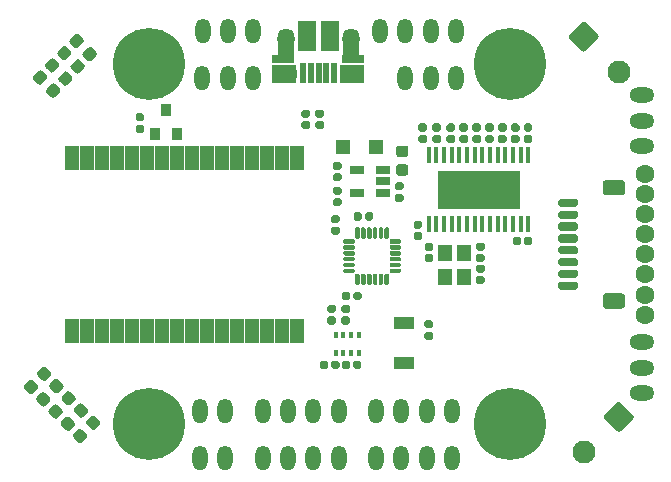
<source format=gts>
%TF.GenerationSoftware,KiCad,Pcbnew,(5.1.6-0-10_14)*%
%TF.CreationDate,2021-11-15T11:18:40-05:00*%
%TF.ProjectId,Autodrone,4175746f-6472-46f6-9e65-2e6b69636164,rev?*%
%TF.SameCoordinates,Original*%
%TF.FileFunction,Soldermask,Top*%
%TF.FilePolarity,Negative*%
%FSLAX46Y46*%
G04 Gerber Fmt 4.6, Leading zero omitted, Abs format (unit mm)*
G04 Created by KiCad (PCBNEW (5.1.6-0-10_14)) date 2021-11-15 11:18:40*
%MOMM*%
%LPD*%
G01*
G04 APERTURE LIST*
%ADD10C,1.951600*%
%ADD11R,1.161600X0.751600*%
%ADD12O,2.101600X1.301600*%
%ADD13R,1.201600X1.201600*%
%ADD14R,0.451600X0.601600*%
%ADD15O,1.301600X2.101600*%
%ADD16R,1.171700X2.001520*%
%ADD17C,1.601600*%
%ADD18R,1.531600X2.601600*%
%ADD19O,1.451600X1.801600*%
%ADD20O,1.201600X1.601600*%
%ADD21R,0.501600X1.751600*%
%ADD22R,2.101600X1.601600*%
%ADD23R,1.926600X0.801600*%
%ADD24R,1.451600X2.101600*%
%ADD25R,7.010400X3.200400*%
%ADD26R,0.457200X1.460500*%
%ADD27C,6.101600*%
%ADD28R,1.201600X1.401600*%
%ADD29R,1.801600X1.001600*%
%ADD30R,0.901600X1.001600*%
G04 APERTURE END LIST*
D10*
%TO.C,J11*%
X121084924Y-76984924D03*
G36*
G01*
X116921571Y-73828591D02*
X117928591Y-72821571D01*
G75*
G02*
X118301561Y-72821571I186485J-186485D01*
G01*
X119308581Y-73828591D01*
G75*
G02*
X119308581Y-74201561I-186485J-186485D01*
G01*
X118301561Y-75208581D01*
G75*
G02*
X117928591Y-75208581I-186485J186485D01*
G01*
X116921571Y-74201561D01*
G75*
G02*
X116921571Y-73828591I186485J186485D01*
G01*
G37*
%TD*%
%TO.C,J14*%
X118115076Y-109184924D03*
G36*
G01*
X121271409Y-105021571D02*
X122278429Y-106028591D01*
G75*
G02*
X122278429Y-106401561I-186485J-186485D01*
G01*
X121271409Y-107408581D01*
G75*
G02*
X120898439Y-107408581I-186485J186485D01*
G01*
X119891419Y-106401561D01*
G75*
G02*
X119891419Y-106028591I186485J186485D01*
G01*
X120898439Y-105021571D01*
G75*
G02*
X121271409Y-105021571I186485J-186485D01*
G01*
G37*
%TD*%
D11*
%TO.C,U4*%
X98910000Y-87230000D03*
X98910000Y-85330000D03*
X101110000Y-85330000D03*
X101110000Y-86280000D03*
X101110000Y-87230000D03*
%TD*%
%TO.C,U5*%
G36*
G01*
X101349600Y-94074200D02*
X101550400Y-94074200D01*
G75*
G02*
X101650800Y-94174600I0J-100400D01*
G01*
X101650800Y-94925400D01*
G75*
G02*
X101550400Y-95025800I-100400J0D01*
G01*
X101349600Y-95025800D01*
G75*
G02*
X101249200Y-94925400I0J100400D01*
G01*
X101249200Y-94174600D01*
G75*
G02*
X101349600Y-94074200I100400J0D01*
G01*
G37*
G36*
G01*
X100849600Y-94074200D02*
X101050400Y-94074200D01*
G75*
G02*
X101150800Y-94174600I0J-100400D01*
G01*
X101150800Y-94925400D01*
G75*
G02*
X101050400Y-95025800I-100400J0D01*
G01*
X100849600Y-95025800D01*
G75*
G02*
X100749200Y-94925400I0J100400D01*
G01*
X100749200Y-94174600D01*
G75*
G02*
X100849600Y-94074200I100400J0D01*
G01*
G37*
G36*
G01*
X100349600Y-94074200D02*
X100550400Y-94074200D01*
G75*
G02*
X100650800Y-94174600I0J-100400D01*
G01*
X100650800Y-94925400D01*
G75*
G02*
X100550400Y-95025800I-100400J0D01*
G01*
X100349600Y-95025800D01*
G75*
G02*
X100249200Y-94925400I0J100400D01*
G01*
X100249200Y-94174600D01*
G75*
G02*
X100349600Y-94074200I100400J0D01*
G01*
G37*
G36*
G01*
X99849600Y-94074200D02*
X100050400Y-94074200D01*
G75*
G02*
X100150800Y-94174600I0J-100400D01*
G01*
X100150800Y-94925400D01*
G75*
G02*
X100050400Y-95025800I-100400J0D01*
G01*
X99849600Y-95025800D01*
G75*
G02*
X99749200Y-94925400I0J100400D01*
G01*
X99749200Y-94174600D01*
G75*
G02*
X99849600Y-94074200I100400J0D01*
G01*
G37*
G36*
G01*
X99349600Y-94074200D02*
X99550400Y-94074200D01*
G75*
G02*
X99650800Y-94174600I0J-100400D01*
G01*
X99650800Y-94925400D01*
G75*
G02*
X99550400Y-95025800I-100400J0D01*
G01*
X99349600Y-95025800D01*
G75*
G02*
X99249200Y-94925400I0J100400D01*
G01*
X99249200Y-94174600D01*
G75*
G02*
X99349600Y-94074200I100400J0D01*
G01*
G37*
G36*
G01*
X98849600Y-94074200D02*
X99050400Y-94074200D01*
G75*
G02*
X99150800Y-94174600I0J-100400D01*
G01*
X99150800Y-94925400D01*
G75*
G02*
X99050400Y-95025800I-100400J0D01*
G01*
X98849600Y-95025800D01*
G75*
G02*
X98749200Y-94925400I0J100400D01*
G01*
X98749200Y-94174600D01*
G75*
G02*
X98849600Y-94074200I100400J0D01*
G01*
G37*
G36*
G01*
X98725800Y-93749600D02*
X98725800Y-93950400D01*
G75*
G02*
X98625400Y-94050800I-100400J0D01*
G01*
X97874600Y-94050800D01*
G75*
G02*
X97774200Y-93950400I0J100400D01*
G01*
X97774200Y-93749600D01*
G75*
G02*
X97874600Y-93649200I100400J0D01*
G01*
X98625400Y-93649200D01*
G75*
G02*
X98725800Y-93749600I0J-100400D01*
G01*
G37*
G36*
G01*
X98725800Y-93249600D02*
X98725800Y-93450400D01*
G75*
G02*
X98625400Y-93550800I-100400J0D01*
G01*
X97874600Y-93550800D01*
G75*
G02*
X97774200Y-93450400I0J100400D01*
G01*
X97774200Y-93249600D01*
G75*
G02*
X97874600Y-93149200I100400J0D01*
G01*
X98625400Y-93149200D01*
G75*
G02*
X98725800Y-93249600I0J-100400D01*
G01*
G37*
G36*
G01*
X98725800Y-92749600D02*
X98725800Y-92950400D01*
G75*
G02*
X98625400Y-93050800I-100400J0D01*
G01*
X97874600Y-93050800D01*
G75*
G02*
X97774200Y-92950400I0J100400D01*
G01*
X97774200Y-92749600D01*
G75*
G02*
X97874600Y-92649200I100400J0D01*
G01*
X98625400Y-92649200D01*
G75*
G02*
X98725800Y-92749600I0J-100400D01*
G01*
G37*
G36*
G01*
X98725800Y-92249600D02*
X98725800Y-92450400D01*
G75*
G02*
X98625400Y-92550800I-100400J0D01*
G01*
X97874600Y-92550800D01*
G75*
G02*
X97774200Y-92450400I0J100400D01*
G01*
X97774200Y-92249600D01*
G75*
G02*
X97874600Y-92149200I100400J0D01*
G01*
X98625400Y-92149200D01*
G75*
G02*
X98725800Y-92249600I0J-100400D01*
G01*
G37*
G36*
G01*
X98725800Y-91749600D02*
X98725800Y-91950400D01*
G75*
G02*
X98625400Y-92050800I-100400J0D01*
G01*
X97874600Y-92050800D01*
G75*
G02*
X97774200Y-91950400I0J100400D01*
G01*
X97774200Y-91749600D01*
G75*
G02*
X97874600Y-91649200I100400J0D01*
G01*
X98625400Y-91649200D01*
G75*
G02*
X98725800Y-91749600I0J-100400D01*
G01*
G37*
G36*
G01*
X98725800Y-91249600D02*
X98725800Y-91450400D01*
G75*
G02*
X98625400Y-91550800I-100400J0D01*
G01*
X97874600Y-91550800D01*
G75*
G02*
X97774200Y-91450400I0J100400D01*
G01*
X97774200Y-91249600D01*
G75*
G02*
X97874600Y-91149200I100400J0D01*
G01*
X98625400Y-91149200D01*
G75*
G02*
X98725800Y-91249600I0J-100400D01*
G01*
G37*
G36*
G01*
X98849600Y-90174200D02*
X99050400Y-90174200D01*
G75*
G02*
X99150800Y-90274600I0J-100400D01*
G01*
X99150800Y-91025400D01*
G75*
G02*
X99050400Y-91125800I-100400J0D01*
G01*
X98849600Y-91125800D01*
G75*
G02*
X98749200Y-91025400I0J100400D01*
G01*
X98749200Y-90274600D01*
G75*
G02*
X98849600Y-90174200I100400J0D01*
G01*
G37*
G36*
G01*
X99349600Y-90174200D02*
X99550400Y-90174200D01*
G75*
G02*
X99650800Y-90274600I0J-100400D01*
G01*
X99650800Y-91025400D01*
G75*
G02*
X99550400Y-91125800I-100400J0D01*
G01*
X99349600Y-91125800D01*
G75*
G02*
X99249200Y-91025400I0J100400D01*
G01*
X99249200Y-90274600D01*
G75*
G02*
X99349600Y-90174200I100400J0D01*
G01*
G37*
G36*
G01*
X99849600Y-90174200D02*
X100050400Y-90174200D01*
G75*
G02*
X100150800Y-90274600I0J-100400D01*
G01*
X100150800Y-91025400D01*
G75*
G02*
X100050400Y-91125800I-100400J0D01*
G01*
X99849600Y-91125800D01*
G75*
G02*
X99749200Y-91025400I0J100400D01*
G01*
X99749200Y-90274600D01*
G75*
G02*
X99849600Y-90174200I100400J0D01*
G01*
G37*
G36*
G01*
X100349600Y-90174200D02*
X100550400Y-90174200D01*
G75*
G02*
X100650800Y-90274600I0J-100400D01*
G01*
X100650800Y-91025400D01*
G75*
G02*
X100550400Y-91125800I-100400J0D01*
G01*
X100349600Y-91125800D01*
G75*
G02*
X100249200Y-91025400I0J100400D01*
G01*
X100249200Y-90274600D01*
G75*
G02*
X100349600Y-90174200I100400J0D01*
G01*
G37*
G36*
G01*
X100849600Y-90174200D02*
X101050400Y-90174200D01*
G75*
G02*
X101150800Y-90274600I0J-100400D01*
G01*
X101150800Y-91025400D01*
G75*
G02*
X101050400Y-91125800I-100400J0D01*
G01*
X100849600Y-91125800D01*
G75*
G02*
X100749200Y-91025400I0J100400D01*
G01*
X100749200Y-90274600D01*
G75*
G02*
X100849600Y-90174200I100400J0D01*
G01*
G37*
G36*
G01*
X101349600Y-90174200D02*
X101550400Y-90174200D01*
G75*
G02*
X101650800Y-90274600I0J-100400D01*
G01*
X101650800Y-91025400D01*
G75*
G02*
X101550400Y-91125800I-100400J0D01*
G01*
X101349600Y-91125800D01*
G75*
G02*
X101249200Y-91025400I0J100400D01*
G01*
X101249200Y-90274600D01*
G75*
G02*
X101349600Y-90174200I100400J0D01*
G01*
G37*
G36*
G01*
X102625800Y-91249600D02*
X102625800Y-91450400D01*
G75*
G02*
X102525400Y-91550800I-100400J0D01*
G01*
X101774600Y-91550800D01*
G75*
G02*
X101674200Y-91450400I0J100400D01*
G01*
X101674200Y-91249600D01*
G75*
G02*
X101774600Y-91149200I100400J0D01*
G01*
X102525400Y-91149200D01*
G75*
G02*
X102625800Y-91249600I0J-100400D01*
G01*
G37*
G36*
G01*
X102625800Y-91749600D02*
X102625800Y-91950400D01*
G75*
G02*
X102525400Y-92050800I-100400J0D01*
G01*
X101774600Y-92050800D01*
G75*
G02*
X101674200Y-91950400I0J100400D01*
G01*
X101674200Y-91749600D01*
G75*
G02*
X101774600Y-91649200I100400J0D01*
G01*
X102525400Y-91649200D01*
G75*
G02*
X102625800Y-91749600I0J-100400D01*
G01*
G37*
G36*
G01*
X102625800Y-92249600D02*
X102625800Y-92450400D01*
G75*
G02*
X102525400Y-92550800I-100400J0D01*
G01*
X101774600Y-92550800D01*
G75*
G02*
X101674200Y-92450400I0J100400D01*
G01*
X101674200Y-92249600D01*
G75*
G02*
X101774600Y-92149200I100400J0D01*
G01*
X102525400Y-92149200D01*
G75*
G02*
X102625800Y-92249600I0J-100400D01*
G01*
G37*
G36*
G01*
X102625800Y-92749600D02*
X102625800Y-92950400D01*
G75*
G02*
X102525400Y-93050800I-100400J0D01*
G01*
X101774600Y-93050800D01*
G75*
G02*
X101674200Y-92950400I0J100400D01*
G01*
X101674200Y-92749600D01*
G75*
G02*
X101774600Y-92649200I100400J0D01*
G01*
X102525400Y-92649200D01*
G75*
G02*
X102625800Y-92749600I0J-100400D01*
G01*
G37*
G36*
G01*
X102625800Y-93249600D02*
X102625800Y-93450400D01*
G75*
G02*
X102525400Y-93550800I-100400J0D01*
G01*
X101774600Y-93550800D01*
G75*
G02*
X101674200Y-93450400I0J100400D01*
G01*
X101674200Y-93249600D01*
G75*
G02*
X101774600Y-93149200I100400J0D01*
G01*
X102525400Y-93149200D01*
G75*
G02*
X102625800Y-93249600I0J-100400D01*
G01*
G37*
G36*
G01*
X102625800Y-93749600D02*
X102625800Y-93950400D01*
G75*
G02*
X102525400Y-94050800I-100400J0D01*
G01*
X101774600Y-94050800D01*
G75*
G02*
X101674200Y-93950400I0J100400D01*
G01*
X101674200Y-93749600D01*
G75*
G02*
X101774600Y-93649200I100400J0D01*
G01*
X102525400Y-93649200D01*
G75*
G02*
X102625800Y-93749600I0J-100400D01*
G01*
G37*
%TD*%
%TO.C,C19*%
G36*
G01*
X98335800Y-95774600D02*
X98335800Y-96165400D01*
G75*
G02*
X98165400Y-96335800I-170400J0D01*
G01*
X97824600Y-96335800D01*
G75*
G02*
X97654200Y-96165400I0J170400D01*
G01*
X97654200Y-95774600D01*
G75*
G02*
X97824600Y-95604200I170400J0D01*
G01*
X98165400Y-95604200D01*
G75*
G02*
X98335800Y-95774600I0J-170400D01*
G01*
G37*
G36*
G01*
X99305800Y-95774600D02*
X99305800Y-96165400D01*
G75*
G02*
X99135400Y-96335800I-170400J0D01*
G01*
X98794600Y-96335800D01*
G75*
G02*
X98624200Y-96165400I0J170400D01*
G01*
X98624200Y-95774600D01*
G75*
G02*
X98794600Y-95604200I170400J0D01*
G01*
X99135400Y-95604200D01*
G75*
G02*
X99305800Y-95774600I0J-170400D01*
G01*
G37*
%TD*%
%TO.C,C18*%
G36*
G01*
X97275400Y-89805800D02*
X96884600Y-89805800D01*
G75*
G02*
X96714200Y-89635400I0J170400D01*
G01*
X96714200Y-89294600D01*
G75*
G02*
X96884600Y-89124200I170400J0D01*
G01*
X97275400Y-89124200D01*
G75*
G02*
X97445800Y-89294600I0J-170400D01*
G01*
X97445800Y-89635400D01*
G75*
G02*
X97275400Y-89805800I-170400J0D01*
G01*
G37*
G36*
G01*
X97275400Y-90775800D02*
X96884600Y-90775800D01*
G75*
G02*
X96714200Y-90605400I0J170400D01*
G01*
X96714200Y-90264600D01*
G75*
G02*
X96884600Y-90094200I170400J0D01*
G01*
X97275400Y-90094200D01*
G75*
G02*
X97445800Y-90264600I0J-170400D01*
G01*
X97445800Y-90605400D01*
G75*
G02*
X97275400Y-90775800I-170400J0D01*
G01*
G37*
%TD*%
D12*
%TO.C,J17*%
X123080000Y-102050000D03*
X123080000Y-99900000D03*
X123080000Y-104200000D03*
%TD*%
%TO.C,J13*%
X123080000Y-81150000D03*
X123080000Y-79000000D03*
X123080000Y-83300000D03*
%TD*%
D13*
%TO.C,D4*%
X97710000Y-83390000D03*
X100510000Y-83390000D03*
%TD*%
%TO.C,J5*%
G36*
G01*
X121355068Y-87450800D02*
X119994932Y-87450800D01*
G75*
G02*
X119724200Y-87180068I0J270732D01*
G01*
X119724200Y-86419932D01*
G75*
G02*
X119994932Y-86149200I270732J0D01*
G01*
X121355068Y-86149200D01*
G75*
G02*
X121625800Y-86419932I0J-270732D01*
G01*
X121625800Y-87180068D01*
G75*
G02*
X121355068Y-87450800I-270732J0D01*
G01*
G37*
G36*
G01*
X121355068Y-97050800D02*
X119994932Y-97050800D01*
G75*
G02*
X119724200Y-96780068I0J270732D01*
G01*
X119724200Y-96019932D01*
G75*
G02*
X119994932Y-95749200I270732J0D01*
G01*
X121355068Y-95749200D01*
G75*
G02*
X121625800Y-96019932I0J-270732D01*
G01*
X121625800Y-96780068D01*
G75*
G02*
X121355068Y-97050800I-270732J0D01*
G01*
G37*
G36*
G01*
X117450400Y-88450800D02*
X116149600Y-88450800D01*
G75*
G02*
X115974200Y-88275400I0J175400D01*
G01*
X115974200Y-87924600D01*
G75*
G02*
X116149600Y-87749200I175400J0D01*
G01*
X117450400Y-87749200D01*
G75*
G02*
X117625800Y-87924600I0J-175400D01*
G01*
X117625800Y-88275400D01*
G75*
G02*
X117450400Y-88450800I-175400J0D01*
G01*
G37*
G36*
G01*
X117450400Y-89450800D02*
X116149600Y-89450800D01*
G75*
G02*
X115974200Y-89275400I0J175400D01*
G01*
X115974200Y-88924600D01*
G75*
G02*
X116149600Y-88749200I175400J0D01*
G01*
X117450400Y-88749200D01*
G75*
G02*
X117625800Y-88924600I0J-175400D01*
G01*
X117625800Y-89275400D01*
G75*
G02*
X117450400Y-89450800I-175400J0D01*
G01*
G37*
G36*
G01*
X117450400Y-90450800D02*
X116149600Y-90450800D01*
G75*
G02*
X115974200Y-90275400I0J175400D01*
G01*
X115974200Y-89924600D01*
G75*
G02*
X116149600Y-89749200I175400J0D01*
G01*
X117450400Y-89749200D01*
G75*
G02*
X117625800Y-89924600I0J-175400D01*
G01*
X117625800Y-90275400D01*
G75*
G02*
X117450400Y-90450800I-175400J0D01*
G01*
G37*
G36*
G01*
X117450400Y-91450800D02*
X116149600Y-91450800D01*
G75*
G02*
X115974200Y-91275400I0J175400D01*
G01*
X115974200Y-90924600D01*
G75*
G02*
X116149600Y-90749200I175400J0D01*
G01*
X117450400Y-90749200D01*
G75*
G02*
X117625800Y-90924600I0J-175400D01*
G01*
X117625800Y-91275400D01*
G75*
G02*
X117450400Y-91450800I-175400J0D01*
G01*
G37*
G36*
G01*
X117450400Y-92450800D02*
X116149600Y-92450800D01*
G75*
G02*
X115974200Y-92275400I0J175400D01*
G01*
X115974200Y-91924600D01*
G75*
G02*
X116149600Y-91749200I175400J0D01*
G01*
X117450400Y-91749200D01*
G75*
G02*
X117625800Y-91924600I0J-175400D01*
G01*
X117625800Y-92275400D01*
G75*
G02*
X117450400Y-92450800I-175400J0D01*
G01*
G37*
G36*
G01*
X117450400Y-93450800D02*
X116149600Y-93450800D01*
G75*
G02*
X115974200Y-93275400I0J175400D01*
G01*
X115974200Y-92924600D01*
G75*
G02*
X116149600Y-92749200I175400J0D01*
G01*
X117450400Y-92749200D01*
G75*
G02*
X117625800Y-92924600I0J-175400D01*
G01*
X117625800Y-93275400D01*
G75*
G02*
X117450400Y-93450800I-175400J0D01*
G01*
G37*
G36*
G01*
X117450400Y-94450800D02*
X116149600Y-94450800D01*
G75*
G02*
X115974200Y-94275400I0J175400D01*
G01*
X115974200Y-93924600D01*
G75*
G02*
X116149600Y-93749200I175400J0D01*
G01*
X117450400Y-93749200D01*
G75*
G02*
X117625800Y-93924600I0J-175400D01*
G01*
X117625800Y-94275400D01*
G75*
G02*
X117450400Y-94450800I-175400J0D01*
G01*
G37*
G36*
G01*
X117450400Y-95450800D02*
X116149600Y-95450800D01*
G75*
G02*
X115974200Y-95275400I0J175400D01*
G01*
X115974200Y-94924600D01*
G75*
G02*
X116149600Y-94749200I175400J0D01*
G01*
X117450400Y-94749200D01*
G75*
G02*
X117625800Y-94924600I0J-175400D01*
G01*
X117625800Y-95275400D01*
G75*
G02*
X117450400Y-95450800I-175400J0D01*
G01*
G37*
%TD*%
D14*
%TO.C,U6*%
X97125000Y-100840000D03*
X97775000Y-99240000D03*
X98425000Y-99240000D03*
X99075000Y-99240000D03*
X97775000Y-100840000D03*
X98425000Y-100840000D03*
X99075000Y-100840000D03*
X97125000Y-99240000D03*
%TD*%
D15*
%TO.C,J3*%
X105170000Y-77500000D03*
X103020000Y-77500000D03*
X107320000Y-77500000D03*
%TD*%
%TO.C,J12*%
X87990000Y-77500000D03*
X85840000Y-77500000D03*
X90140000Y-77500000D03*
%TD*%
%TO.C,J15*%
X87994999Y-73500000D03*
X85844999Y-73500000D03*
X90144999Y-73500000D03*
%TD*%
%TO.C,J16*%
X87785000Y-109700000D03*
X85635000Y-109700000D03*
%TD*%
%TO.C,J10*%
X87785000Y-105700000D03*
X85635000Y-105700000D03*
%TD*%
%TO.C,J2*%
X106980000Y-105700000D03*
X102680000Y-105700000D03*
X104830000Y-105700000D03*
X100530000Y-105700000D03*
%TD*%
%TO.C,J8*%
X97380000Y-105700000D03*
X93080000Y-105700000D03*
X95230000Y-105700000D03*
X90930000Y-105700000D03*
%TD*%
%TO.C,J9*%
X100870000Y-73500000D03*
X105170000Y-73500000D03*
X103020000Y-73500000D03*
X107320000Y-73500000D03*
%TD*%
%TO.C,J1*%
X97380000Y-109700000D03*
X93080000Y-109700000D03*
X95230000Y-109700000D03*
X90930000Y-109700000D03*
%TD*%
%TO.C,J7*%
X106980000Y-109700000D03*
X102680000Y-109700000D03*
X104830000Y-109700000D03*
X100530000Y-109700000D03*
%TD*%
%TO.C,FB2*%
G36*
G01*
X103031650Y-84220800D02*
X102468350Y-84220800D01*
G75*
G02*
X102224200Y-83976650I0J244150D01*
G01*
X102224200Y-83488350D01*
G75*
G02*
X102468350Y-83244200I244150J0D01*
G01*
X103031650Y-83244200D01*
G75*
G02*
X103275800Y-83488350I0J-244150D01*
G01*
X103275800Y-83976650D01*
G75*
G02*
X103031650Y-84220800I-244150J0D01*
G01*
G37*
G36*
G01*
X103031650Y-85795800D02*
X102468350Y-85795800D01*
G75*
G02*
X102224200Y-85551650I0J244150D01*
G01*
X102224200Y-85063350D01*
G75*
G02*
X102468350Y-84819200I244150J0D01*
G01*
X103031650Y-84819200D01*
G75*
G02*
X103275800Y-85063350I0J-244150D01*
G01*
X103275800Y-85551650D01*
G75*
G02*
X103031650Y-85795800I-244150J0D01*
G01*
G37*
%TD*%
%TO.C,D11*%
G36*
G01*
X72651298Y-78450048D02*
X73049612Y-78051735D01*
G75*
G02*
X73394892Y-78051735I172640J-172640D01*
G01*
X73740172Y-78397015D01*
G75*
G02*
X73740172Y-78742295I-172640J-172640D01*
G01*
X73341858Y-79140609D01*
G75*
G02*
X72996578Y-79140609I-172640J172640D01*
G01*
X72651298Y-78795329D01*
G75*
G02*
X72651298Y-78450049I172640J172640D01*
G01*
G37*
G36*
G01*
X71537604Y-77336354D02*
X71935918Y-76938041D01*
G75*
G02*
X72281198Y-76938041I172640J-172640D01*
G01*
X72626478Y-77283321D01*
G75*
G02*
X72626478Y-77628601I-172640J-172640D01*
G01*
X72228164Y-78026915D01*
G75*
G02*
X71882884Y-78026915I-172640J172640D01*
G01*
X71537604Y-77681635D01*
G75*
G02*
X71537604Y-77336355I172640J172640D01*
G01*
G37*
%TD*%
%TO.C,D9*%
G36*
G01*
X73683674Y-77417672D02*
X74081988Y-77019359D01*
G75*
G02*
X74427268Y-77019359I172640J-172640D01*
G01*
X74772548Y-77364639D01*
G75*
G02*
X74772548Y-77709919I-172640J-172640D01*
G01*
X74374234Y-78108233D01*
G75*
G02*
X74028954Y-78108233I-172640J172640D01*
G01*
X73683674Y-77762953D01*
G75*
G02*
X73683674Y-77417673I172640J172640D01*
G01*
G37*
G36*
G01*
X72569980Y-76303978D02*
X72968294Y-75905665D01*
G75*
G02*
X73313574Y-75905665I172640J-172640D01*
G01*
X73658854Y-76250945D01*
G75*
G02*
X73658854Y-76596225I-172640J-172640D01*
G01*
X73260540Y-76994539D01*
G75*
G02*
X72915260Y-76994539I-172640J172640D01*
G01*
X72569980Y-76649259D01*
G75*
G02*
X72569980Y-76303979I172640J172640D01*
G01*
G37*
%TD*%
%TO.C,D7*%
G36*
G01*
X74716050Y-76385296D02*
X75114364Y-75986983D01*
G75*
G02*
X75459644Y-75986983I172640J-172640D01*
G01*
X75804924Y-76332263D01*
G75*
G02*
X75804924Y-76677543I-172640J-172640D01*
G01*
X75406610Y-77075857D01*
G75*
G02*
X75061330Y-77075857I-172640J172640D01*
G01*
X74716050Y-76730577D01*
G75*
G02*
X74716050Y-76385297I172640J172640D01*
G01*
G37*
G36*
G01*
X73602356Y-75271602D02*
X74000670Y-74873289D01*
G75*
G02*
X74345950Y-74873289I172640J-172640D01*
G01*
X74691230Y-75218569D01*
G75*
G02*
X74691230Y-75563849I-172640J-172640D01*
G01*
X74292916Y-75962163D01*
G75*
G02*
X73947636Y-75962163I-172640J172640D01*
G01*
X73602356Y-75616883D01*
G75*
G02*
X73602356Y-75271603I172640J172640D01*
G01*
G37*
%TD*%
%TO.C,D5*%
G36*
G01*
X75748426Y-75352920D02*
X76146740Y-74954607D01*
G75*
G02*
X76492020Y-74954607I172640J-172640D01*
G01*
X76837300Y-75299887D01*
G75*
G02*
X76837300Y-75645167I-172640J-172640D01*
G01*
X76438986Y-76043481D01*
G75*
G02*
X76093706Y-76043481I-172640J172640D01*
G01*
X75748426Y-75698201D01*
G75*
G02*
X75748426Y-75352921I172640J172640D01*
G01*
G37*
G36*
G01*
X74634732Y-74239226D02*
X75033046Y-73840913D01*
G75*
G02*
X75378326Y-73840913I172640J-172640D01*
G01*
X75723606Y-74186193D01*
G75*
G02*
X75723606Y-74531473I-172640J-172640D01*
G01*
X75325292Y-74929787D01*
G75*
G02*
X74980012Y-74929787I-172640J172640D01*
G01*
X74634732Y-74584507D01*
G75*
G02*
X74634732Y-74239227I172640J172640D01*
G01*
G37*
%TD*%
D16*
%TO.C,U8*%
X84986000Y-98920030D03*
X83716000Y-98920030D03*
X82446000Y-98920030D03*
X81176000Y-98920030D03*
X79906000Y-98920030D03*
X78636000Y-98920030D03*
X74826000Y-84279970D03*
X76096000Y-84279970D03*
X77366000Y-84279970D03*
X77366000Y-98920030D03*
X78636000Y-84279970D03*
X79906000Y-84279970D03*
X81176000Y-84279970D03*
X82446000Y-84279970D03*
X83716000Y-84279970D03*
X84986000Y-84279970D03*
X86256000Y-84279970D03*
X87526000Y-84279970D03*
X88796000Y-84279970D03*
X90066000Y-84279970D03*
X76096000Y-98920030D03*
X91336000Y-84279970D03*
X92606000Y-84279970D03*
X93876000Y-84279970D03*
X93876000Y-98920030D03*
X92606000Y-98920030D03*
X91336000Y-98920030D03*
X90066000Y-98920030D03*
X88796000Y-98920030D03*
X87526000Y-98920030D03*
X86256000Y-98920030D03*
X74826000Y-98920030D03*
%TD*%
%TO.C,D6*%
G36*
G01*
X76443932Y-107267266D02*
X76045619Y-106868952D01*
G75*
G02*
X76045619Y-106523672I172640J172640D01*
G01*
X76390899Y-106178392D01*
G75*
G02*
X76736179Y-106178392I172640J-172640D01*
G01*
X77134493Y-106576706D01*
G75*
G02*
X77134493Y-106921986I-172640J-172640D01*
G01*
X76789213Y-107267266D01*
G75*
G02*
X76443933Y-107267266I-172640J172640D01*
G01*
G37*
G36*
G01*
X75330238Y-108380960D02*
X74931925Y-107982646D01*
G75*
G02*
X74931925Y-107637366I172640J172640D01*
G01*
X75277205Y-107292086D01*
G75*
G02*
X75622485Y-107292086I172640J-172640D01*
G01*
X76020799Y-107690400D01*
G75*
G02*
X76020799Y-108035680I-172640J-172640D01*
G01*
X75675519Y-108380960D01*
G75*
G02*
X75330239Y-108380960I-172640J172640D01*
G01*
G37*
%TD*%
D17*
%TO.C,J6*%
X123330000Y-92450000D03*
X123330000Y-90750000D03*
X123330000Y-89050000D03*
X123330000Y-87350000D03*
X123330000Y-85650000D03*
X123330000Y-97550000D03*
X123330000Y-95850000D03*
X123330000Y-94150000D03*
%TD*%
D18*
%TO.C,J4*%
X94710000Y-73950000D03*
X96630000Y-73950000D03*
D19*
X92940000Y-74220000D03*
X98400000Y-74220000D03*
D20*
X93250000Y-77220000D03*
X98090000Y-77220000D03*
D21*
X94370000Y-77100000D03*
X95020000Y-77100000D03*
X95670000Y-77100000D03*
X96320000Y-77100000D03*
X96970000Y-77100000D03*
D22*
X92770000Y-77220000D03*
X98520000Y-77200000D03*
D23*
X92670000Y-75900000D03*
X98620000Y-75900000D03*
D24*
X98400000Y-75150000D03*
X92920000Y-75150000D03*
%TD*%
%TO.C,D13*%
G36*
G01*
X72286144Y-103109478D02*
X71887831Y-102711164D01*
G75*
G02*
X71887831Y-102365884I172640J172640D01*
G01*
X72233111Y-102020604D01*
G75*
G02*
X72578391Y-102020604I172640J-172640D01*
G01*
X72976705Y-102418918D01*
G75*
G02*
X72976705Y-102764198I-172640J-172640D01*
G01*
X72631425Y-103109478D01*
G75*
G02*
X72286145Y-103109478I-172640J172640D01*
G01*
G37*
G36*
G01*
X71172450Y-104223172D02*
X70774137Y-103824858D01*
G75*
G02*
X70774137Y-103479578I172640J172640D01*
G01*
X71119417Y-103134298D01*
G75*
G02*
X71464697Y-103134298I172640J-172640D01*
G01*
X71863011Y-103532612D01*
G75*
G02*
X71863011Y-103877892I-172640J-172640D01*
G01*
X71517731Y-104223172D01*
G75*
G02*
X71172451Y-104223172I-172640J172640D01*
G01*
G37*
%TD*%
%TO.C,R10*%
G36*
G01*
X96967900Y-97420800D02*
X96572100Y-97420800D01*
G75*
G02*
X96399200Y-97247900I0J172900D01*
G01*
X96399200Y-96902100D01*
G75*
G02*
X96572100Y-96729200I172900J0D01*
G01*
X96967900Y-96729200D01*
G75*
G02*
X97140800Y-96902100I0J-172900D01*
G01*
X97140800Y-97247900D01*
G75*
G02*
X96967900Y-97420800I-172900J0D01*
G01*
G37*
G36*
G01*
X96967900Y-98390800D02*
X96572100Y-98390800D01*
G75*
G02*
X96399200Y-98217900I0J172900D01*
G01*
X96399200Y-97872100D01*
G75*
G02*
X96572100Y-97699200I172900J0D01*
G01*
X96967900Y-97699200D01*
G75*
G02*
X97140800Y-97872100I0J-172900D01*
G01*
X97140800Y-98217900D01*
G75*
G02*
X96967900Y-98390800I-172900J0D01*
G01*
G37*
%TD*%
%TO.C,R9*%
G36*
G01*
X98157900Y-97420800D02*
X97762100Y-97420800D01*
G75*
G02*
X97589200Y-97247900I0J172900D01*
G01*
X97589200Y-96902100D01*
G75*
G02*
X97762100Y-96729200I172900J0D01*
G01*
X98157900Y-96729200D01*
G75*
G02*
X98330800Y-96902100I0J-172900D01*
G01*
X98330800Y-97247900D01*
G75*
G02*
X98157900Y-97420800I-172900J0D01*
G01*
G37*
G36*
G01*
X98157900Y-98390800D02*
X97762100Y-98390800D01*
G75*
G02*
X97589200Y-98217900I0J172900D01*
G01*
X97589200Y-97872100D01*
G75*
G02*
X97762100Y-97699200I172900J0D01*
G01*
X98157900Y-97699200D01*
G75*
G02*
X98330800Y-97872100I0J-172900D01*
G01*
X98330800Y-98217900D01*
G75*
G02*
X98157900Y-98390800I-172900J0D01*
G01*
G37*
%TD*%
%TO.C,C22*%
G36*
G01*
X98330800Y-101612100D02*
X98330800Y-102007900D01*
G75*
G02*
X98157900Y-102180800I-172900J0D01*
G01*
X97812100Y-102180800D01*
G75*
G02*
X97639200Y-102007900I0J172900D01*
G01*
X97639200Y-101612100D01*
G75*
G02*
X97812100Y-101439200I172900J0D01*
G01*
X98157900Y-101439200D01*
G75*
G02*
X98330800Y-101612100I0J-172900D01*
G01*
G37*
G36*
G01*
X99300800Y-101612100D02*
X99300800Y-102007900D01*
G75*
G02*
X99127900Y-102180800I-172900J0D01*
G01*
X98782100Y-102180800D01*
G75*
G02*
X98609200Y-102007900I0J172900D01*
G01*
X98609200Y-101612100D01*
G75*
G02*
X98782100Y-101439200I172900J0D01*
G01*
X99127900Y-101439200D01*
G75*
G02*
X99300800Y-101612100I0J-172900D01*
G01*
G37*
%TD*%
%TO.C,C21*%
G36*
G01*
X97440800Y-101612100D02*
X97440800Y-102007900D01*
G75*
G02*
X97267900Y-102180800I-172900J0D01*
G01*
X96922100Y-102180800D01*
G75*
G02*
X96749200Y-102007900I0J172900D01*
G01*
X96749200Y-101612100D01*
G75*
G02*
X96922100Y-101439200I172900J0D01*
G01*
X97267900Y-101439200D01*
G75*
G02*
X97440800Y-101612100I0J-172900D01*
G01*
G37*
G36*
G01*
X96470800Y-101612100D02*
X96470800Y-102007900D01*
G75*
G02*
X96297900Y-102180800I-172900J0D01*
G01*
X95952100Y-102180800D01*
G75*
G02*
X95779200Y-102007900I0J172900D01*
G01*
X95779200Y-101612100D01*
G75*
G02*
X95952100Y-101439200I172900J0D01*
G01*
X96297900Y-101439200D01*
G75*
G02*
X96470800Y-101612100I0J-172900D01*
G01*
G37*
%TD*%
%TO.C,D12*%
G36*
G01*
X73325591Y-104148925D02*
X72927278Y-103750611D01*
G75*
G02*
X72927278Y-103405331I172640J172640D01*
G01*
X73272558Y-103060051D01*
G75*
G02*
X73617838Y-103060051I172640J-172640D01*
G01*
X74016152Y-103458365D01*
G75*
G02*
X74016152Y-103803645I-172640J-172640D01*
G01*
X73670872Y-104148925D01*
G75*
G02*
X73325592Y-104148925I-172640J172640D01*
G01*
G37*
G36*
G01*
X72211897Y-105262619D02*
X71813584Y-104864305D01*
G75*
G02*
X71813584Y-104519025I172640J172640D01*
G01*
X72158864Y-104173745D01*
G75*
G02*
X72504144Y-104173745I172640J-172640D01*
G01*
X72902458Y-104572059D01*
G75*
G02*
X72902458Y-104917339I-172640J-172640D01*
G01*
X72557178Y-105262619D01*
G75*
G02*
X72211898Y-105262619I-172640J172640D01*
G01*
G37*
%TD*%
%TO.C,D10*%
G36*
G01*
X74365038Y-105188372D02*
X73966725Y-104790058D01*
G75*
G02*
X73966725Y-104444778I172640J172640D01*
G01*
X74312005Y-104099498D01*
G75*
G02*
X74657285Y-104099498I172640J-172640D01*
G01*
X75055599Y-104497812D01*
G75*
G02*
X75055599Y-104843092I-172640J-172640D01*
G01*
X74710319Y-105188372D01*
G75*
G02*
X74365039Y-105188372I-172640J172640D01*
G01*
G37*
G36*
G01*
X73251344Y-106302066D02*
X72853031Y-105903752D01*
G75*
G02*
X72853031Y-105558472I172640J172640D01*
G01*
X73198311Y-105213192D01*
G75*
G02*
X73543591Y-105213192I172640J-172640D01*
G01*
X73941905Y-105611506D01*
G75*
G02*
X73941905Y-105956786I-172640J-172640D01*
G01*
X73596625Y-106302066D01*
G75*
G02*
X73251345Y-106302066I-172640J172640D01*
G01*
G37*
%TD*%
%TO.C,D8*%
G36*
G01*
X75404485Y-106227819D02*
X75006172Y-105829505D01*
G75*
G02*
X75006172Y-105484225I172640J172640D01*
G01*
X75351452Y-105138945D01*
G75*
G02*
X75696732Y-105138945I172640J-172640D01*
G01*
X76095046Y-105537259D01*
G75*
G02*
X76095046Y-105882539I-172640J-172640D01*
G01*
X75749766Y-106227819D01*
G75*
G02*
X75404486Y-106227819I-172640J172640D01*
G01*
G37*
G36*
G01*
X74290791Y-107341513D02*
X73892478Y-106943199D01*
G75*
G02*
X73892478Y-106597919I172640J172640D01*
G01*
X74237758Y-106252639D01*
G75*
G02*
X74583038Y-106252639I172640J-172640D01*
G01*
X74981352Y-106650953D01*
G75*
G02*
X74981352Y-106996233I-172640J-172640D01*
G01*
X74636072Y-107341513D01*
G75*
G02*
X74290792Y-107341513I-172640J172640D01*
G01*
G37*
%TD*%
%TO.C,R22*%
G36*
G01*
X104802100Y-98999200D02*
X105197900Y-98999200D01*
G75*
G02*
X105370800Y-99172100I0J-172900D01*
G01*
X105370800Y-99517900D01*
G75*
G02*
X105197900Y-99690800I-172900J0D01*
G01*
X104802100Y-99690800D01*
G75*
G02*
X104629200Y-99517900I0J172900D01*
G01*
X104629200Y-99172100D01*
G75*
G02*
X104802100Y-98999200I172900J0D01*
G01*
G37*
G36*
G01*
X104802100Y-98029200D02*
X105197900Y-98029200D01*
G75*
G02*
X105370800Y-98202100I0J-172900D01*
G01*
X105370800Y-98547900D01*
G75*
G02*
X105197900Y-98720800I-172900J0D01*
G01*
X104802100Y-98720800D01*
G75*
G02*
X104629200Y-98547900I0J172900D01*
G01*
X104629200Y-98202100D01*
G75*
G02*
X104802100Y-98029200I172900J0D01*
G01*
G37*
%TD*%
%TO.C,C17*%
G36*
G01*
X97447900Y-87410800D02*
X97052100Y-87410800D01*
G75*
G02*
X96879200Y-87237900I0J172900D01*
G01*
X96879200Y-86892100D01*
G75*
G02*
X97052100Y-86719200I172900J0D01*
G01*
X97447900Y-86719200D01*
G75*
G02*
X97620800Y-86892100I0J-172900D01*
G01*
X97620800Y-87237900D01*
G75*
G02*
X97447900Y-87410800I-172900J0D01*
G01*
G37*
G36*
G01*
X97447900Y-88380800D02*
X97052100Y-88380800D01*
G75*
G02*
X96879200Y-88207900I0J172900D01*
G01*
X96879200Y-87862100D01*
G75*
G02*
X97052100Y-87689200I172900J0D01*
G01*
X97447900Y-87689200D01*
G75*
G02*
X97620800Y-87862100I0J-172900D01*
G01*
X97620800Y-88207900D01*
G75*
G02*
X97447900Y-88380800I-172900J0D01*
G01*
G37*
%TD*%
%TO.C,C15*%
G36*
G01*
X102292100Y-87319200D02*
X102687900Y-87319200D01*
G75*
G02*
X102860800Y-87492100I0J-172900D01*
G01*
X102860800Y-87837900D01*
G75*
G02*
X102687900Y-88010800I-172900J0D01*
G01*
X102292100Y-88010800D01*
G75*
G02*
X102119200Y-87837900I0J172900D01*
G01*
X102119200Y-87492100D01*
G75*
G02*
X102292100Y-87319200I172900J0D01*
G01*
G37*
G36*
G01*
X102292100Y-86349200D02*
X102687900Y-86349200D01*
G75*
G02*
X102860800Y-86522100I0J-172900D01*
G01*
X102860800Y-86867900D01*
G75*
G02*
X102687900Y-87040800I-172900J0D01*
G01*
X102292100Y-87040800D01*
G75*
G02*
X102119200Y-86867900I0J172900D01*
G01*
X102119200Y-86522100D01*
G75*
G02*
X102292100Y-86349200I172900J0D01*
G01*
G37*
%TD*%
D25*
%TO.C,U9*%
X109210000Y-86990000D03*
D26*
X104985000Y-84062650D03*
X105635001Y-84062650D03*
X106285000Y-84062650D03*
X106935001Y-84062650D03*
X107584999Y-84062650D03*
X108235001Y-84062650D03*
X108884999Y-84062650D03*
X109535001Y-84062650D03*
X110184999Y-84062650D03*
X110835001Y-84062650D03*
X111484999Y-84062650D03*
X112135000Y-84062650D03*
X112784999Y-84062650D03*
X113435000Y-84062650D03*
X113434998Y-89917350D03*
X112784999Y-89917350D03*
X112134998Y-89917350D03*
X111484999Y-89917350D03*
X110834998Y-89917350D03*
X110184999Y-89917350D03*
X109534998Y-89917350D03*
X108884999Y-89917350D03*
X108235001Y-89917350D03*
X107584999Y-89917350D03*
X106935001Y-89917350D03*
X106285000Y-89917350D03*
X105635001Y-89917350D03*
X104985000Y-89917350D03*
%TD*%
D27*
%TO.C,H4*%
X81350000Y-106850000D03*
%TD*%
D28*
%TO.C,Y1*%
X108015000Y-92300000D03*
X108015000Y-94400000D03*
X106365000Y-94400000D03*
X106365000Y-92300000D03*
%TD*%
D29*
%TO.C,SW1*%
X102880000Y-98230000D03*
X102880000Y-101630000D03*
%TD*%
%TO.C,R19*%
G36*
G01*
X109162100Y-92419200D02*
X109557900Y-92419200D01*
G75*
G02*
X109730800Y-92592100I0J-172900D01*
G01*
X109730800Y-92937900D01*
G75*
G02*
X109557900Y-93110800I-172900J0D01*
G01*
X109162100Y-93110800D01*
G75*
G02*
X108989200Y-92937900I0J172900D01*
G01*
X108989200Y-92592100D01*
G75*
G02*
X109162100Y-92419200I172900J0D01*
G01*
G37*
G36*
G01*
X109162100Y-91449200D02*
X109557900Y-91449200D01*
G75*
G02*
X109730800Y-91622100I0J-172900D01*
G01*
X109730800Y-91967900D01*
G75*
G02*
X109557900Y-92140800I-172900J0D01*
G01*
X109162100Y-92140800D01*
G75*
G02*
X108989200Y-91967900I0J172900D01*
G01*
X108989200Y-91622100D01*
G75*
G02*
X109162100Y-91449200I172900J0D01*
G01*
G37*
%TD*%
%TO.C,R18*%
G36*
G01*
X110337900Y-82060800D02*
X109942100Y-82060800D01*
G75*
G02*
X109769200Y-81887900I0J172900D01*
G01*
X109769200Y-81542100D01*
G75*
G02*
X109942100Y-81369200I172900J0D01*
G01*
X110337900Y-81369200D01*
G75*
G02*
X110510800Y-81542100I0J-172900D01*
G01*
X110510800Y-81887900D01*
G75*
G02*
X110337900Y-82060800I-172900J0D01*
G01*
G37*
G36*
G01*
X110337900Y-83030800D02*
X109942100Y-83030800D01*
G75*
G02*
X109769200Y-82857900I0J172900D01*
G01*
X109769200Y-82512100D01*
G75*
G02*
X109942100Y-82339200I172900J0D01*
G01*
X110337900Y-82339200D01*
G75*
G02*
X110510800Y-82512100I0J-172900D01*
G01*
X110510800Y-82857900D01*
G75*
G02*
X110337900Y-83030800I-172900J0D01*
G01*
G37*
%TD*%
%TO.C,R17*%
G36*
G01*
X104687900Y-82060800D02*
X104292100Y-82060800D01*
G75*
G02*
X104119200Y-81887900I0J172900D01*
G01*
X104119200Y-81542100D01*
G75*
G02*
X104292100Y-81369200I172900J0D01*
G01*
X104687900Y-81369200D01*
G75*
G02*
X104860800Y-81542100I0J-172900D01*
G01*
X104860800Y-81887900D01*
G75*
G02*
X104687900Y-82060800I-172900J0D01*
G01*
G37*
G36*
G01*
X104687900Y-83030800D02*
X104292100Y-83030800D01*
G75*
G02*
X104119200Y-82857900I0J172900D01*
G01*
X104119200Y-82512100D01*
G75*
G02*
X104292100Y-82339200I172900J0D01*
G01*
X104687900Y-82339200D01*
G75*
G02*
X104860800Y-82512100I0J-172900D01*
G01*
X104860800Y-82857900D01*
G75*
G02*
X104687900Y-83030800I-172900J0D01*
G01*
G37*
%TD*%
%TO.C,R16*%
G36*
G01*
X112795800Y-91122100D02*
X112795800Y-91517900D01*
G75*
G02*
X112622900Y-91690800I-172900J0D01*
G01*
X112277100Y-91690800D01*
G75*
G02*
X112104200Y-91517900I0J172900D01*
G01*
X112104200Y-91122100D01*
G75*
G02*
X112277100Y-90949200I172900J0D01*
G01*
X112622900Y-90949200D01*
G75*
G02*
X112795800Y-91122100I0J-172900D01*
G01*
G37*
G36*
G01*
X113765800Y-91122100D02*
X113765800Y-91517900D01*
G75*
G02*
X113592900Y-91690800I-172900J0D01*
G01*
X113247100Y-91690800D01*
G75*
G02*
X113074200Y-91517900I0J172900D01*
G01*
X113074200Y-91122100D01*
G75*
G02*
X113247100Y-90949200I172900J0D01*
G01*
X113592900Y-90949200D01*
G75*
G02*
X113765800Y-91122100I0J-172900D01*
G01*
G37*
%TD*%
%TO.C,R15*%
G36*
G01*
X113202100Y-82339200D02*
X113597900Y-82339200D01*
G75*
G02*
X113770800Y-82512100I0J-172900D01*
G01*
X113770800Y-82857900D01*
G75*
G02*
X113597900Y-83030800I-172900J0D01*
G01*
X113202100Y-83030800D01*
G75*
G02*
X113029200Y-82857900I0J172900D01*
G01*
X113029200Y-82512100D01*
G75*
G02*
X113202100Y-82339200I172900J0D01*
G01*
G37*
G36*
G01*
X113202100Y-81369200D02*
X113597900Y-81369200D01*
G75*
G02*
X113770800Y-81542100I0J-172900D01*
G01*
X113770800Y-81887900D01*
G75*
G02*
X113597900Y-82060800I-172900J0D01*
G01*
X113202100Y-82060800D01*
G75*
G02*
X113029200Y-81887900I0J172900D01*
G01*
X113029200Y-81542100D01*
G75*
G02*
X113202100Y-81369200I172900J0D01*
G01*
G37*
%TD*%
%TO.C,R14*%
G36*
G01*
X112112100Y-82339200D02*
X112507900Y-82339200D01*
G75*
G02*
X112680800Y-82512100I0J-172900D01*
G01*
X112680800Y-82857900D01*
G75*
G02*
X112507900Y-83030800I-172900J0D01*
G01*
X112112100Y-83030800D01*
G75*
G02*
X111939200Y-82857900I0J172900D01*
G01*
X111939200Y-82512100D01*
G75*
G02*
X112112100Y-82339200I172900J0D01*
G01*
G37*
G36*
G01*
X112112100Y-81369200D02*
X112507900Y-81369200D01*
G75*
G02*
X112680800Y-81542100I0J-172900D01*
G01*
X112680800Y-81887900D01*
G75*
G02*
X112507900Y-82060800I-172900J0D01*
G01*
X112112100Y-82060800D01*
G75*
G02*
X111939200Y-81887900I0J172900D01*
G01*
X111939200Y-81542100D01*
G75*
G02*
X112112100Y-81369200I172900J0D01*
G01*
G37*
%TD*%
%TO.C,R30*%
G36*
G01*
X94392100Y-81159200D02*
X94787900Y-81159200D01*
G75*
G02*
X94960800Y-81332100I0J-172900D01*
G01*
X94960800Y-81677900D01*
G75*
G02*
X94787900Y-81850800I-172900J0D01*
G01*
X94392100Y-81850800D01*
G75*
G02*
X94219200Y-81677900I0J172900D01*
G01*
X94219200Y-81332100D01*
G75*
G02*
X94392100Y-81159200I172900J0D01*
G01*
G37*
G36*
G01*
X94392100Y-80189200D02*
X94787900Y-80189200D01*
G75*
G02*
X94960800Y-80362100I0J-172900D01*
G01*
X94960800Y-80707900D01*
G75*
G02*
X94787900Y-80880800I-172900J0D01*
G01*
X94392100Y-80880800D01*
G75*
G02*
X94219200Y-80707900I0J172900D01*
G01*
X94219200Y-80362100D01*
G75*
G02*
X94392100Y-80189200I172900J0D01*
G01*
G37*
%TD*%
%TO.C,R29*%
G36*
G01*
X95572100Y-81159200D02*
X95967900Y-81159200D01*
G75*
G02*
X96140800Y-81332100I0J-172900D01*
G01*
X96140800Y-81677900D01*
G75*
G02*
X95967900Y-81850800I-172900J0D01*
G01*
X95572100Y-81850800D01*
G75*
G02*
X95399200Y-81677900I0J172900D01*
G01*
X95399200Y-81332100D01*
G75*
G02*
X95572100Y-81159200I172900J0D01*
G01*
G37*
G36*
G01*
X95572100Y-80189200D02*
X95967900Y-80189200D01*
G75*
G02*
X96140800Y-80362100I0J-172900D01*
G01*
X96140800Y-80707900D01*
G75*
G02*
X95967900Y-80880800I-172900J0D01*
G01*
X95572100Y-80880800D01*
G75*
G02*
X95399200Y-80707900I0J172900D01*
G01*
X95399200Y-80362100D01*
G75*
G02*
X95572100Y-80189200I172900J0D01*
G01*
G37*
%TD*%
%TO.C,R26*%
G36*
G01*
X80737900Y-81200800D02*
X80342100Y-81200800D01*
G75*
G02*
X80169200Y-81027900I0J172900D01*
G01*
X80169200Y-80682100D01*
G75*
G02*
X80342100Y-80509200I172900J0D01*
G01*
X80737900Y-80509200D01*
G75*
G02*
X80910800Y-80682100I0J-172900D01*
G01*
X80910800Y-81027900D01*
G75*
G02*
X80737900Y-81200800I-172900J0D01*
G01*
G37*
G36*
G01*
X80737900Y-82170800D02*
X80342100Y-82170800D01*
G75*
G02*
X80169200Y-81997900I0J172900D01*
G01*
X80169200Y-81652100D01*
G75*
G02*
X80342100Y-81479200I172900J0D01*
G01*
X80737900Y-81479200D01*
G75*
G02*
X80910800Y-81652100I0J-172900D01*
G01*
X80910800Y-81997900D01*
G75*
G02*
X80737900Y-82170800I-172900J0D01*
G01*
G37*
%TD*%
D30*
%TO.C,Q1*%
X82770000Y-80240000D03*
X83720000Y-82240000D03*
X81820000Y-82240000D03*
%TD*%
%TO.C,C20*%
G36*
G01*
X99330800Y-89032100D02*
X99330800Y-89427900D01*
G75*
G02*
X99157900Y-89600800I-172900J0D01*
G01*
X98812100Y-89600800D01*
G75*
G02*
X98639200Y-89427900I0J172900D01*
G01*
X98639200Y-89032100D01*
G75*
G02*
X98812100Y-88859200I172900J0D01*
G01*
X99157900Y-88859200D01*
G75*
G02*
X99330800Y-89032100I0J-172900D01*
G01*
G37*
G36*
G01*
X100300800Y-89032100D02*
X100300800Y-89427900D01*
G75*
G02*
X100127900Y-89600800I-172900J0D01*
G01*
X99782100Y-89600800D01*
G75*
G02*
X99609200Y-89427900I0J172900D01*
G01*
X99609200Y-89032100D01*
G75*
G02*
X99782100Y-88859200I172900J0D01*
G01*
X100127900Y-88859200D01*
G75*
G02*
X100300800Y-89032100I0J-172900D01*
G01*
G37*
%TD*%
%TO.C,C36*%
G36*
G01*
X109557900Y-94000800D02*
X109162100Y-94000800D01*
G75*
G02*
X108989200Y-93827900I0J172900D01*
G01*
X108989200Y-93482100D01*
G75*
G02*
X109162100Y-93309200I172900J0D01*
G01*
X109557900Y-93309200D01*
G75*
G02*
X109730800Y-93482100I0J-172900D01*
G01*
X109730800Y-93827900D01*
G75*
G02*
X109557900Y-94000800I-172900J0D01*
G01*
G37*
G36*
G01*
X109557900Y-94970800D02*
X109162100Y-94970800D01*
G75*
G02*
X108989200Y-94797900I0J172900D01*
G01*
X108989200Y-94452100D01*
G75*
G02*
X109162100Y-94279200I172900J0D01*
G01*
X109557900Y-94279200D01*
G75*
G02*
X109730800Y-94452100I0J-172900D01*
G01*
X109730800Y-94797900D01*
G75*
G02*
X109557900Y-94970800I-172900J0D01*
G01*
G37*
%TD*%
%TO.C,C35*%
G36*
G01*
X105217900Y-92140800D02*
X104822100Y-92140800D01*
G75*
G02*
X104649200Y-91967900I0J172900D01*
G01*
X104649200Y-91622100D01*
G75*
G02*
X104822100Y-91449200I172900J0D01*
G01*
X105217900Y-91449200D01*
G75*
G02*
X105390800Y-91622100I0J-172900D01*
G01*
X105390800Y-91967900D01*
G75*
G02*
X105217900Y-92140800I-172900J0D01*
G01*
G37*
G36*
G01*
X105217900Y-93110800D02*
X104822100Y-93110800D01*
G75*
G02*
X104649200Y-92937900I0J172900D01*
G01*
X104649200Y-92592100D01*
G75*
G02*
X104822100Y-92419200I172900J0D01*
G01*
X105217900Y-92419200D01*
G75*
G02*
X105390800Y-92592100I0J-172900D01*
G01*
X105390800Y-92937900D01*
G75*
G02*
X105217900Y-93110800I-172900J0D01*
G01*
G37*
%TD*%
%TO.C,C34*%
G36*
G01*
X111417900Y-82060800D02*
X111022100Y-82060800D01*
G75*
G02*
X110849200Y-81887900I0J172900D01*
G01*
X110849200Y-81542100D01*
G75*
G02*
X111022100Y-81369200I172900J0D01*
G01*
X111417900Y-81369200D01*
G75*
G02*
X111590800Y-81542100I0J-172900D01*
G01*
X111590800Y-81887900D01*
G75*
G02*
X111417900Y-82060800I-172900J0D01*
G01*
G37*
G36*
G01*
X111417900Y-83030800D02*
X111022100Y-83030800D01*
G75*
G02*
X110849200Y-82857900I0J172900D01*
G01*
X110849200Y-82512100D01*
G75*
G02*
X111022100Y-82339200I172900J0D01*
G01*
X111417900Y-82339200D01*
G75*
G02*
X111590800Y-82512100I0J-172900D01*
G01*
X111590800Y-82857900D01*
G75*
G02*
X111417900Y-83030800I-172900J0D01*
G01*
G37*
%TD*%
%TO.C,C33*%
G36*
G01*
X108157900Y-82060800D02*
X107762100Y-82060800D01*
G75*
G02*
X107589200Y-81887900I0J172900D01*
G01*
X107589200Y-81542100D01*
G75*
G02*
X107762100Y-81369200I172900J0D01*
G01*
X108157900Y-81369200D01*
G75*
G02*
X108330800Y-81542100I0J-172900D01*
G01*
X108330800Y-81887900D01*
G75*
G02*
X108157900Y-82060800I-172900J0D01*
G01*
G37*
G36*
G01*
X108157900Y-83030800D02*
X107762100Y-83030800D01*
G75*
G02*
X107589200Y-82857900I0J172900D01*
G01*
X107589200Y-82512100D01*
G75*
G02*
X107762100Y-82339200I172900J0D01*
G01*
X108157900Y-82339200D01*
G75*
G02*
X108330800Y-82512100I0J-172900D01*
G01*
X108330800Y-82857900D01*
G75*
G02*
X108157900Y-83030800I-172900J0D01*
G01*
G37*
%TD*%
%TO.C,C32*%
G36*
G01*
X104277900Y-90280800D02*
X103882100Y-90280800D01*
G75*
G02*
X103709200Y-90107900I0J172900D01*
G01*
X103709200Y-89762100D01*
G75*
G02*
X103882100Y-89589200I172900J0D01*
G01*
X104277900Y-89589200D01*
G75*
G02*
X104450800Y-89762100I0J-172900D01*
G01*
X104450800Y-90107900D01*
G75*
G02*
X104277900Y-90280800I-172900J0D01*
G01*
G37*
G36*
G01*
X104277900Y-91250800D02*
X103882100Y-91250800D01*
G75*
G02*
X103709200Y-91077900I0J172900D01*
G01*
X103709200Y-90732100D01*
G75*
G02*
X103882100Y-90559200I172900J0D01*
G01*
X104277900Y-90559200D01*
G75*
G02*
X104450800Y-90732100I0J-172900D01*
G01*
X104450800Y-91077900D01*
G75*
G02*
X104277900Y-91250800I-172900J0D01*
G01*
G37*
%TD*%
%TO.C,C31*%
G36*
G01*
X108852100Y-82339200D02*
X109247900Y-82339200D01*
G75*
G02*
X109420800Y-82512100I0J-172900D01*
G01*
X109420800Y-82857900D01*
G75*
G02*
X109247900Y-83030800I-172900J0D01*
G01*
X108852100Y-83030800D01*
G75*
G02*
X108679200Y-82857900I0J172900D01*
G01*
X108679200Y-82512100D01*
G75*
G02*
X108852100Y-82339200I172900J0D01*
G01*
G37*
G36*
G01*
X108852100Y-81369200D02*
X109247900Y-81369200D01*
G75*
G02*
X109420800Y-81542100I0J-172900D01*
G01*
X109420800Y-81887900D01*
G75*
G02*
X109247900Y-82060800I-172900J0D01*
G01*
X108852100Y-82060800D01*
G75*
G02*
X108679200Y-81887900I0J172900D01*
G01*
X108679200Y-81542100D01*
G75*
G02*
X108852100Y-81369200I172900J0D01*
G01*
G37*
%TD*%
%TO.C,C30*%
G36*
G01*
X106672100Y-82339200D02*
X107067900Y-82339200D01*
G75*
G02*
X107240800Y-82512100I0J-172900D01*
G01*
X107240800Y-82857900D01*
G75*
G02*
X107067900Y-83030800I-172900J0D01*
G01*
X106672100Y-83030800D01*
G75*
G02*
X106499200Y-82857900I0J172900D01*
G01*
X106499200Y-82512100D01*
G75*
G02*
X106672100Y-82339200I172900J0D01*
G01*
G37*
G36*
G01*
X106672100Y-81369200D02*
X107067900Y-81369200D01*
G75*
G02*
X107240800Y-81542100I0J-172900D01*
G01*
X107240800Y-81887900D01*
G75*
G02*
X107067900Y-82060800I-172900J0D01*
G01*
X106672100Y-82060800D01*
G75*
G02*
X106499200Y-81887900I0J172900D01*
G01*
X106499200Y-81542100D01*
G75*
G02*
X106672100Y-81369200I172900J0D01*
G01*
G37*
%TD*%
%TO.C,C29*%
G36*
G01*
X105482100Y-82339200D02*
X105877900Y-82339200D01*
G75*
G02*
X106050800Y-82512100I0J-172900D01*
G01*
X106050800Y-82857900D01*
G75*
G02*
X105877900Y-83030800I-172900J0D01*
G01*
X105482100Y-83030800D01*
G75*
G02*
X105309200Y-82857900I0J172900D01*
G01*
X105309200Y-82512100D01*
G75*
G02*
X105482100Y-82339200I172900J0D01*
G01*
G37*
G36*
G01*
X105482100Y-81369200D02*
X105877900Y-81369200D01*
G75*
G02*
X106050800Y-81542100I0J-172900D01*
G01*
X106050800Y-81887900D01*
G75*
G02*
X105877900Y-82060800I-172900J0D01*
G01*
X105482100Y-82060800D01*
G75*
G02*
X105309200Y-81887900I0J172900D01*
G01*
X105309200Y-81542100D01*
G75*
G02*
X105482100Y-81369200I172900J0D01*
G01*
G37*
%TD*%
%TO.C,C16*%
G36*
G01*
X97052100Y-85579200D02*
X97447900Y-85579200D01*
G75*
G02*
X97620800Y-85752100I0J-172900D01*
G01*
X97620800Y-86097900D01*
G75*
G02*
X97447900Y-86270800I-172900J0D01*
G01*
X97052100Y-86270800D01*
G75*
G02*
X96879200Y-86097900I0J172900D01*
G01*
X96879200Y-85752100D01*
G75*
G02*
X97052100Y-85579200I172900J0D01*
G01*
G37*
G36*
G01*
X97052100Y-84609200D02*
X97447900Y-84609200D01*
G75*
G02*
X97620800Y-84782100I0J-172900D01*
G01*
X97620800Y-85127900D01*
G75*
G02*
X97447900Y-85300800I-172900J0D01*
G01*
X97052100Y-85300800D01*
G75*
G02*
X96879200Y-85127900I0J172900D01*
G01*
X96879200Y-84782100D01*
G75*
G02*
X97052100Y-84609200I172900J0D01*
G01*
G37*
%TD*%
D27*
%TO.C,H1*%
X81350000Y-76350000D03*
%TD*%
%TO.C,H2*%
X111850000Y-106850000D03*
%TD*%
%TO.C,H3*%
X111850000Y-76350000D03*
%TD*%
M02*

</source>
